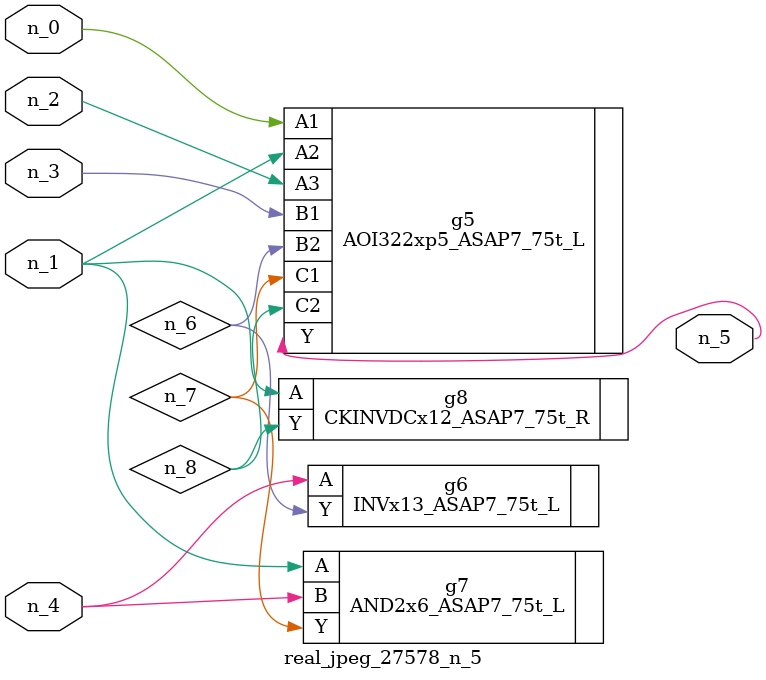
<source format=v>
module real_jpeg_27578_n_5 (n_4, n_0, n_1, n_2, n_3, n_5);

input n_4;
input n_0;
input n_1;
input n_2;
input n_3;

output n_5;

wire n_8;
wire n_6;
wire n_7;

AOI322xp5_ASAP7_75t_L g5 ( 
.A1(n_0),
.A2(n_1),
.A3(n_2),
.B1(n_3),
.B2(n_6),
.C1(n_7),
.C2(n_8),
.Y(n_5)
);

AND2x6_ASAP7_75t_L g7 ( 
.A(n_1),
.B(n_4),
.Y(n_7)
);

CKINVDCx12_ASAP7_75t_R g8 ( 
.A(n_1),
.Y(n_8)
);

INVx13_ASAP7_75t_L g6 ( 
.A(n_4),
.Y(n_6)
);


endmodule
</source>
